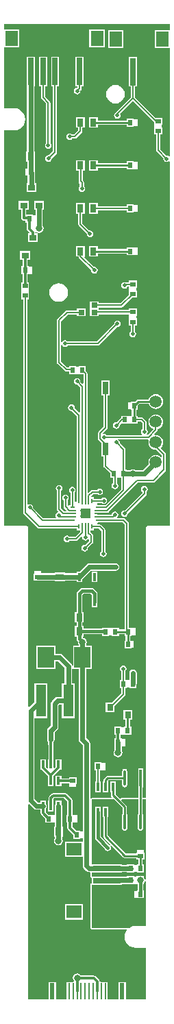
<source format=gtl>
%FSLAX25Y25*%
%MOIN*%
G70*
G01*
G75*
G04 Layer_Physical_Order=1*
G04 Layer_Color=255*
%ADD10C,0.05906*%
%ADD11R,0.02362X0.02756*%
%ADD12R,0.02756X0.02362*%
%ADD13R,0.03150X0.03937*%
%ADD14R,0.03937X0.03150*%
%ADD15R,0.02559X0.02165*%
%ADD16R,0.02165X0.02559*%
%ADD17R,0.03543X0.03150*%
%ADD18R,0.03543X0.03150*%
%ADD19R,0.01575X0.03937*%
%ADD20O,0.01181X0.07874*%
%ADD21R,0.01181X0.07874*%
%ADD22R,0.02362X0.07874*%
%ADD23R,0.01063X0.07874*%
%ADD24R,0.05118X0.05118*%
%ADD25R,0.00787X0.02362*%
%ADD26R,0.00787X0.03150*%
%ADD27R,0.02362X0.00787*%
%ADD28R,0.03150X0.00787*%
%ADD29R,0.05118X0.15748*%
%ADD30R,0.03150X0.03543*%
%ADD31R,0.03150X0.03543*%
%ADD32R,0.06299X0.07480*%
%ADD33R,0.02756X0.13386*%
%ADD34R,0.02756X0.06102*%
%ADD35R,0.07874X0.10000*%
%ADD36R,0.07480X0.06299*%
%ADD37R,0.13386X0.02756*%
%ADD38R,0.03150X0.02559*%
%ADD39C,0.01575*%
%ADD40C,0.01000*%
%ADD41C,0.02362*%
%ADD42C,0.00787*%
%ADD43C,0.01181*%
%ADD44C,0.01969*%
%ADD45C,0.03150*%
G36*
X69863Y-416834D02*
X69365Y-416883D01*
X69292Y-416515D01*
X69024Y-416114D01*
Y-415391D01*
X68204D01*
X68097Y-415320D01*
X67252Y-415152D01*
X66407Y-415320D01*
X66301Y-415391D01*
X65481D01*
Y-415610D01*
X64299D01*
Y-415391D01*
X60756D01*
Y-415554D01*
X58219D01*
Y-415488D01*
X43857D01*
X43857Y-415488D01*
Y-415488D01*
X43652Y-415488D01*
X43504Y-415340D01*
Y-413520D01*
X43652D01*
Y-413520D01*
X58219D01*
Y-413358D01*
X60816D01*
Y-413539D01*
X64359D01*
Y-413320D01*
X65540D01*
Y-413539D01*
X69084D01*
Y-409601D01*
X68424D01*
Y-407084D01*
X69160D01*
Y-403737D01*
X68940D01*
Y-402542D01*
X65640D01*
Y-403737D01*
X65420D01*
Y-404298D01*
X60271D01*
X51472Y-395499D01*
Y-386701D01*
X51738D01*
Y-381583D01*
X48982D01*
Y-386701D01*
X49248D01*
Y-395960D01*
X49248Y-395960D01*
X49333Y-396386D01*
X49574Y-396746D01*
X52684Y-399857D01*
X52367Y-400243D01*
X52367D01*
X51992Y-399993D01*
X51854Y-399965D01*
X48025Y-396136D01*
Y-384142D01*
X47998Y-384007D01*
Y-381583D01*
X45242D01*
Y-384007D01*
X45215Y-384142D01*
Y-396718D01*
X45322Y-397256D01*
X45626Y-397712D01*
X49867Y-401952D01*
X49894Y-402091D01*
X50243Y-402612D01*
X50763Y-402960D01*
X51378Y-403082D01*
X51992Y-402960D01*
X52513Y-402612D01*
X52861Y-402091D01*
X52984Y-401476D01*
X52861Y-400862D01*
X52611Y-400487D01*
X52997Y-400170D01*
X59024Y-406196D01*
X59024Y-406196D01*
X59240Y-406341D01*
X59385Y-406438D01*
X59810Y-406522D01*
X65420D01*
Y-407084D01*
X66200D01*
Y-409601D01*
X65540D01*
Y-409820D01*
X64359D01*
Y-409601D01*
X60816D01*
Y-409745D01*
X58219D01*
Y-409583D01*
X43652D01*
D01*
X43652D01*
X43504Y-409435D01*
Y-377953D01*
X54480D01*
X58551Y-382023D01*
Y-385022D01*
X58550Y-385022D01*
X58459Y-385483D01*
Y-392176D01*
X58550Y-392637D01*
X58811Y-393028D01*
X59202Y-393289D01*
X59663Y-393380D01*
X60124Y-393289D01*
X60514Y-393028D01*
X60775Y-392637D01*
X60867Y-392176D01*
Y-385483D01*
X60775Y-385022D01*
X60775Y-385022D01*
Y-381563D01*
X60775Y-381563D01*
X60690Y-381137D01*
X60449Y-380777D01*
X58087Y-378415D01*
X58279Y-377953D01*
X66228D01*
Y-385022D01*
X66227Y-385022D01*
X66136Y-385483D01*
Y-392176D01*
X66227Y-392637D01*
X66488Y-393028D01*
X66879Y-393289D01*
X67340Y-393380D01*
X67801Y-393289D01*
X68191Y-393028D01*
X68453Y-392637D01*
X68544Y-392176D01*
Y-385483D01*
X68453Y-385022D01*
X68452Y-385022D01*
Y-377953D01*
X69863D01*
Y-416834D01*
D02*
G37*
G36*
X71426Y-203230D02*
X71358Y-203394D01*
X71236Y-204319D01*
X71358Y-205244D01*
X71715Y-206106D01*
X72283Y-206846D01*
X73023Y-207414D01*
X73885Y-207771D01*
X74810Y-207893D01*
X75072Y-207858D01*
X77744Y-210530D01*
Y-211271D01*
X77295Y-211492D01*
X76597Y-210957D01*
X75735Y-210599D01*
X74810Y-210478D01*
X73885Y-210599D01*
X73023Y-210957D01*
X72283Y-211525D01*
X71715Y-212265D01*
X71358Y-213127D01*
X71236Y-214052D01*
X71355Y-214952D01*
X68454Y-217853D01*
X64855D01*
X64506Y-217620D01*
X63661Y-217452D01*
X62817Y-217620D01*
X62467Y-217853D01*
X60794D01*
Y-217711D01*
X60026D01*
Y-207762D01*
X59949Y-207378D01*
X59732Y-207053D01*
X57165Y-204486D01*
X57196Y-204331D01*
X57074Y-203716D01*
X56726Y-203195D01*
X56205Y-202847D01*
X56205Y-202847D01*
X56205D01*
Y-202847D01*
X56208Y-202815D01*
X71148D01*
X71426Y-203230D01*
D02*
G37*
G36*
X81674Y-3789D02*
X74327D01*
Y-12451D01*
X81674D01*
Y-64995D01*
X81214Y-65302D01*
X80693Y-64954D01*
X80079Y-64831D01*
X79923Y-64862D01*
X76903Y-61843D01*
Y-54714D01*
X77868D01*
Y-51170D01*
X77650D01*
Y-49989D01*
X77868D01*
Y-46446D01*
X74735D01*
X64740Y-36450D01*
Y-31381D01*
X65705D01*
Y-16815D01*
X61768D01*
Y-31381D01*
X62733D01*
Y-36450D01*
X55353Y-43830D01*
X55203Y-44054D01*
X54928Y-44239D01*
X54580Y-44760D01*
X54457Y-45374D01*
X54580Y-45989D01*
X54928Y-46509D01*
X55449Y-46858D01*
X56063Y-46980D01*
X56677Y-46858D01*
X57198Y-46509D01*
X57546Y-45989D01*
X57669Y-45374D01*
X57546Y-44760D01*
X57433Y-44589D01*
X63736Y-38285D01*
X73931Y-48481D01*
Y-49989D01*
X74150D01*
Y-51170D01*
X73931D01*
Y-54714D01*
X74897D01*
Y-62258D01*
X74897Y-62258D01*
X74897D01*
X74973Y-62642D01*
X75190Y-62968D01*
X78504Y-66281D01*
X78473Y-66437D01*
X78595Y-67052D01*
X78943Y-67572D01*
X79464Y-67920D01*
X80079Y-68043D01*
X80693Y-67920D01*
X81214Y-67572D01*
X81674Y-67879D01*
Y-245060D01*
X70866D01*
X70482Y-245136D01*
X70157Y-245354D01*
X69939Y-245679D01*
X69863Y-246063D01*
Y-377313D01*
X68452D01*
Y-372098D01*
X68521D01*
Y-363042D01*
X66159D01*
Y-372098D01*
X66228D01*
Y-377313D01*
X58279D01*
X58161Y-377362D01*
X58034D01*
X57944Y-377452D01*
X57827Y-377501D01*
X57807Y-377547D01*
X57317Y-377644D01*
X55212Y-375540D01*
Y-374497D01*
X55478D01*
Y-369379D01*
X52722D01*
Y-374497D01*
X52988D01*
Y-376000D01*
X52988Y-376000D01*
X53073Y-376426D01*
X53314Y-376786D01*
X53379Y-376852D01*
X53188Y-377313D01*
X43504D01*
X43235Y-377425D01*
X42819Y-377147D01*
Y-350776D01*
X42681Y-350085D01*
X42290Y-349499D01*
X40846Y-348056D01*
Y-314551D01*
X43568D01*
Y-303369D01*
X40846D01*
Y-302673D01*
X41095Y-302302D01*
X41263Y-301457D01*
X41095Y-300612D01*
X40616Y-299896D01*
X39900Y-299417D01*
X39055Y-299249D01*
D01*
Y-299183D01*
X39409Y-298829D01*
X39772D01*
Y-297638D01*
X48586D01*
Y-298429D01*
X52129D01*
Y-298210D01*
X53311D01*
Y-298429D01*
X56854D01*
Y-297580D01*
X59496D01*
Y-298429D01*
X60148D01*
Y-300810D01*
X59587D01*
Y-304550D01*
X62933D01*
Y-304330D01*
X64128D01*
Y-301030D01*
X62933D01*
Y-300810D01*
X62372D01*
Y-298429D01*
X63039D01*
Y-298210D01*
X64830D01*
Y-294710D01*
X63039D01*
Y-294492D01*
X61788D01*
Y-243855D01*
X61712Y-243471D01*
X61494Y-243146D01*
X59841Y-241493D01*
X59516Y-241276D01*
X59132Y-241199D01*
X56362D01*
X56057Y-240742D01*
X56405Y-240221D01*
X56527Y-239606D01*
X56405Y-238992D01*
X56057Y-238471D01*
X55536Y-238123D01*
X54921Y-238001D01*
X54307Y-238123D01*
X53786Y-238471D01*
X53438Y-238992D01*
X53316Y-239606D01*
X53301Y-239624D01*
X46400D01*
Y-238482D01*
X51144D01*
X51528Y-238405D01*
X51853Y-238188D01*
X66124Y-223917D01*
X73543D01*
X73927Y-223840D01*
X74253Y-223623D01*
X79457Y-218419D01*
X79674Y-218094D01*
X79751Y-217710D01*
Y-210115D01*
X79687Y-209794D01*
X79674Y-209731D01*
X79457Y-209405D01*
X77310Y-207258D01*
X77337Y-206846D01*
X77905Y-206106D01*
X78262Y-205244D01*
X78384Y-204319D01*
X78262Y-203394D01*
X77905Y-202532D01*
X77337Y-201792D01*
X76597Y-201224D01*
X75735Y-200867D01*
X74810Y-200745D01*
X74264Y-200817D01*
X74043Y-200369D01*
X75520Y-198892D01*
X75737Y-198566D01*
X75814Y-198182D01*
X75814Y-198182D01*
X75814Y-198182D01*
Y-198182D01*
Y-197760D01*
X76597Y-197435D01*
X77337Y-196867D01*
X77905Y-196127D01*
X78262Y-195265D01*
X78384Y-194340D01*
X78262Y-193415D01*
X77905Y-192553D01*
X77337Y-191813D01*
X76597Y-191245D01*
X75735Y-190888D01*
X74810Y-190766D01*
X73885Y-190888D01*
X73023Y-191245D01*
X72283Y-191813D01*
X71715Y-192553D01*
X71358Y-193415D01*
X71236Y-194340D01*
X71358Y-195265D01*
X71715Y-196127D01*
X72283Y-196867D01*
X73023Y-197435D01*
X73396Y-197589D01*
X73493Y-198080D01*
X70907Y-200666D01*
X70422Y-200544D01*
X70357Y-200329D01*
X70387Y-200309D01*
X70735Y-199788D01*
X70858Y-199173D01*
X70735Y-198559D01*
X70387Y-198038D01*
X70256Y-197950D01*
Y-194528D01*
X70179Y-194143D01*
X69962Y-193818D01*
X68714Y-192571D01*
X68389Y-192353D01*
X68005Y-192277D01*
X66091D01*
Y-191411D01*
X65332D01*
Y-188450D01*
X65894D01*
Y-186479D01*
X66741Y-185632D01*
X71435D01*
X71715Y-186307D01*
X72283Y-187047D01*
X73023Y-187615D01*
X73885Y-187972D01*
X74810Y-188094D01*
X75735Y-187972D01*
X76597Y-187615D01*
X77337Y-187047D01*
X77905Y-186307D01*
X78262Y-185445D01*
X78384Y-184520D01*
X78262Y-183595D01*
X77905Y-182733D01*
X77337Y-181993D01*
X76597Y-181425D01*
X75735Y-181068D01*
X74810Y-180946D01*
X73885Y-181068D01*
X73023Y-181425D01*
X72283Y-181993D01*
X71715Y-182733D01*
X71435Y-183408D01*
X66280D01*
X66280Y-183408D01*
X65855Y-183493D01*
X65494Y-183734D01*
X64518Y-184710D01*
X62547D01*
Y-184930D01*
X61352D01*
Y-188230D01*
X62547D01*
Y-188450D01*
X63108D01*
Y-191411D01*
X62548D01*
Y-191630D01*
X61367D01*
Y-191411D01*
X57824D01*
Y-192576D01*
X57682Y-192670D01*
X55746Y-194606D01*
X55590Y-194576D01*
X54976Y-194698D01*
X54455Y-195046D01*
X54107Y-195567D01*
X53985Y-196181D01*
X54107Y-196796D01*
X54455Y-197317D01*
X54976Y-197664D01*
X55590Y-197787D01*
X56205Y-197664D01*
X56726Y-197317D01*
X57074Y-196796D01*
X57196Y-196181D01*
X57165Y-196026D01*
X57842Y-195349D01*
X61367D01*
Y-195130D01*
X62548D01*
Y-195349D01*
X66091D01*
Y-194284D01*
X67589D01*
X68248Y-194943D01*
Y-197950D01*
X68117Y-198038D01*
X67769Y-198559D01*
X67646Y-199173D01*
X67769Y-199788D01*
X68117Y-200309D01*
X68147Y-200329D01*
X68002Y-200807D01*
X50869D01*
X50781Y-200676D01*
X50260Y-200328D01*
X49646Y-200205D01*
X49352Y-200264D01*
X49116Y-199823D01*
X51103Y-197836D01*
X51321Y-197510D01*
X51397Y-197126D01*
X51397Y-197126D01*
X51397Y-197126D01*
Y-197126D01*
Y-181595D01*
X52362D01*
Y-174311D01*
X48425D01*
Y-181595D01*
X49390D01*
Y-196710D01*
X46968Y-199133D01*
X46750Y-199459D01*
X46674Y-199843D01*
Y-202626D01*
X46750Y-203010D01*
X46968Y-203336D01*
X48425Y-204794D01*
Y-211319D01*
X49390D01*
Y-215776D01*
X49390Y-215776D01*
X49390D01*
X49467Y-216160D01*
X49684Y-216486D01*
X52526Y-219328D01*
Y-221649D01*
X53918D01*
Y-224249D01*
X53786Y-224337D01*
X53438Y-224858D01*
X53316Y-225472D01*
X53438Y-226087D01*
X53786Y-226608D01*
X54307Y-226956D01*
X54921Y-227078D01*
X55536Y-226956D01*
X56057Y-226608D01*
X56405Y-226087D01*
X56527Y-225472D01*
X56405Y-224858D01*
X56057Y-224337D01*
X55925Y-224249D01*
Y-221649D01*
X56069D01*
Y-221430D01*
X57250D01*
Y-221649D01*
X58019D01*
Y-227216D01*
X50334Y-234900D01*
X46794D01*
X46786Y-234901D01*
X46400Y-234584D01*
Y-233757D01*
X48263D01*
X48351Y-233889D01*
X48872Y-234237D01*
X49486Y-234360D01*
X50101Y-234237D01*
X50621Y-233889D01*
X50970Y-233368D01*
X51092Y-232754D01*
X50970Y-232139D01*
X50621Y-231618D01*
X50101Y-231270D01*
X49486Y-231148D01*
X48872Y-231270D01*
X48351Y-231618D01*
X48263Y-231750D01*
X44628D01*
Y-230982D01*
X43413D01*
X43222Y-230520D01*
X44274Y-229468D01*
X46296D01*
X46384Y-229600D01*
X46905Y-229948D01*
X47520Y-230070D01*
X48134Y-229948D01*
X48655Y-229600D01*
X49003Y-229079D01*
X49125Y-228465D01*
X49003Y-227850D01*
X48655Y-227329D01*
X48134Y-226981D01*
X47520Y-226859D01*
X46905Y-226981D01*
X46384Y-227329D01*
X46296Y-227461D01*
X43858D01*
X43474Y-227537D01*
X43149Y-227755D01*
X41960Y-228944D01*
X41498Y-228752D01*
Y-170852D01*
X41422Y-170468D01*
X41204Y-170143D01*
X40754Y-169692D01*
Y-167371D01*
X37211D01*
Y-167590D01*
X36029D01*
Y-167371D01*
X32486D01*
Y-167997D01*
X31616D01*
X28703Y-165084D01*
Y-157158D01*
X29182Y-157012D01*
X29465Y-157435D01*
X29985Y-157783D01*
X30600Y-157906D01*
X31214Y-157783D01*
X31735Y-157435D01*
X31824Y-157304D01*
X46500D01*
X46884Y-157227D01*
X47210Y-157010D01*
X55945Y-148275D01*
X56100Y-148306D01*
X56714Y-148183D01*
X57235Y-147835D01*
X57583Y-147315D01*
X57706Y-146700D01*
X57583Y-146086D01*
X57235Y-145565D01*
X56714Y-145217D01*
X56100Y-145094D01*
X55485Y-145217D01*
X54965Y-145565D01*
X54617Y-146086D01*
X54494Y-146700D01*
X54525Y-146855D01*
X46084Y-155297D01*
X31824D01*
X31735Y-155165D01*
X31214Y-154817D01*
X30600Y-154694D01*
X29985Y-154817D01*
X29465Y-155165D01*
X29182Y-155588D01*
X28703Y-155443D01*
Y-145416D01*
X32036Y-142084D01*
X36395D01*
Y-142950D01*
X40725D01*
Y-139210D01*
X36395D01*
Y-140076D01*
X31620D01*
X31236Y-140153D01*
X30910Y-140370D01*
X26990Y-144290D01*
X26773Y-144616D01*
X26697Y-145000D01*
X26697Y-145000D01*
X26697D01*
X26697Y-145000D01*
X26697D01*
Y-165500D01*
X26697Y-165500D01*
X26697D01*
X26773Y-165884D01*
X26990Y-166210D01*
X30490Y-169710D01*
X30490D01*
X30490Y-169710D01*
X30490Y-169710D01*
Y-169710D01*
X30816Y-169927D01*
X31200Y-170003D01*
X32486D01*
Y-171309D01*
X36029D01*
Y-171090D01*
X37211D01*
Y-171309D01*
X39491D01*
Y-175607D01*
X39029Y-175799D01*
X38071Y-174841D01*
X38102Y-174685D01*
X37980Y-174071D01*
X37631Y-173550D01*
X37110Y-173202D01*
X36496Y-173079D01*
X35882Y-173202D01*
X35361Y-173550D01*
X35013Y-174071D01*
X34890Y-174685D01*
X35013Y-175300D01*
X35361Y-175820D01*
X35882Y-176169D01*
X36496Y-176291D01*
X36652Y-176260D01*
X37916Y-177524D01*
Y-189623D01*
X37454Y-189814D01*
X35315Y-187675D01*
X35346Y-187520D01*
X35224Y-186905D01*
X34876Y-186384D01*
X34355Y-186036D01*
X33740Y-185914D01*
X33126Y-186036D01*
X32605Y-186384D01*
X32257Y-186905D01*
X32135Y-187520D01*
X32257Y-188134D01*
X32605Y-188655D01*
X33126Y-189003D01*
X33740Y-189125D01*
X33896Y-189094D01*
X36341Y-191540D01*
Y-232754D01*
X36343Y-232761D01*
X36026Y-233148D01*
X35199D01*
Y-228765D01*
X35331Y-228677D01*
X35679Y-228156D01*
X35801Y-227542D01*
X35679Y-226927D01*
X35331Y-226406D01*
X34810Y-226058D01*
X34195Y-225936D01*
X33581Y-226058D01*
X33060Y-226406D01*
X32712Y-226927D01*
X32590Y-227542D01*
X32712Y-228156D01*
X33060Y-228677D01*
X33192Y-228765D01*
Y-234919D01*
X32424D01*
Y-235154D01*
X32246Y-235228D01*
X31830Y-234950D01*
Y-232601D01*
X31962Y-232513D01*
X32310Y-231992D01*
X32432Y-231378D01*
X32310Y-230764D01*
X31962Y-230243D01*
X31441Y-229894D01*
X30827Y-229772D01*
X30212Y-229894D01*
X29691Y-230243D01*
X29343Y-230764D01*
X29221Y-231378D01*
X29343Y-231992D01*
X29691Y-232513D01*
X29823Y-232601D01*
Y-235630D01*
X29823Y-235630D01*
X29823D01*
X29900Y-236014D01*
X30117Y-236339D01*
X31365Y-237588D01*
X31174Y-238050D01*
X30217D01*
X28720Y-236553D01*
Y-227916D01*
X28852Y-227828D01*
X29200Y-227307D01*
X29322Y-226693D01*
X29200Y-226079D01*
X28852Y-225557D01*
X28331Y-225209D01*
X27716Y-225087D01*
X27102Y-225209D01*
X26581Y-225557D01*
X26233Y-226079D01*
X26111Y-226693D01*
X26233Y-227307D01*
X26581Y-227828D01*
X26713Y-227916D01*
Y-236968D01*
X26713Y-236968D01*
X26713D01*
X26789Y-237353D01*
X27007Y-237678D01*
X27282Y-237953D01*
X27136Y-238431D01*
X26905Y-238477D01*
X26384Y-238825D01*
X26036Y-239346D01*
X25914Y-239961D01*
X26036Y-240575D01*
X26159Y-240758D01*
X25923Y-241199D01*
X20099D01*
X15079Y-236179D01*
X15110Y-236024D01*
X14988Y-235409D01*
X14639Y-234888D01*
X14119Y-234540D01*
X13504Y-234418D01*
X12890Y-234540D01*
X12615Y-234724D01*
X12173Y-234489D01*
Y-134754D01*
X13138D01*
Y-131210D01*
X12920D01*
Y-130029D01*
X13138D01*
Y-126486D01*
X12374D01*
Y-122641D01*
X12942D01*
Y-122422D01*
X14732D01*
Y-118922D01*
X12942D01*
Y-118703D01*
X12374D01*
Y-115699D01*
X13532D01*
Y-111368D01*
X8808D01*
Y-115699D01*
X9966D01*
Y-118703D01*
X9398D01*
Y-122641D01*
X9966D01*
Y-126486D01*
X9201D01*
Y-130029D01*
X9420D01*
Y-131210D01*
X9201D01*
Y-134754D01*
X10166D01*
Y-238454D01*
X10166Y-238454D01*
X10166D01*
X10243Y-238838D01*
X10460Y-239163D01*
X17359Y-246062D01*
X17577Y-246207D01*
X17685Y-246279D01*
X18069Y-246356D01*
X36361D01*
Y-247124D01*
X37916D01*
Y-247909D01*
X35529Y-250296D01*
X32798D01*
X32710Y-250164D01*
X32189Y-249816D01*
X31575Y-249694D01*
X30960Y-249816D01*
X30439Y-250164D01*
X30091Y-250685D01*
X29969Y-251299D01*
X30091Y-251914D01*
X30439Y-252435D01*
X30960Y-252783D01*
X31575Y-252905D01*
X32189Y-252783D01*
X32710Y-252435D01*
X32798Y-252303D01*
X35945D01*
X36329Y-252226D01*
X36654Y-252009D01*
X38468Y-250195D01*
X38909Y-250431D01*
X38889Y-250534D01*
X39011Y-251148D01*
X39359Y-251669D01*
X39880Y-252017D01*
X40494Y-252139D01*
X41109Y-252017D01*
X41630Y-251669D01*
X41746Y-251495D01*
X42225Y-251640D01*
Y-252380D01*
X40313Y-254291D01*
X40157Y-254260D01*
X39543Y-254383D01*
X39022Y-254731D01*
X38674Y-255252D01*
X38552Y-255866D01*
X38674Y-256481D01*
X39022Y-257001D01*
X39543Y-257350D01*
X40157Y-257472D01*
X40772Y-257350D01*
X41293Y-257001D01*
X41641Y-256481D01*
X41763Y-255866D01*
X41732Y-255711D01*
X43938Y-253505D01*
X44155Y-253179D01*
X44232Y-252795D01*
Y-249685D01*
X44168Y-249365D01*
X44155Y-249301D01*
X43938Y-248975D01*
X43073Y-248110D01*
Y-247124D01*
X44628D01*
Y-246356D01*
X47141D01*
X48209Y-247424D01*
Y-257320D01*
X48077Y-257408D01*
X47729Y-257929D01*
X47607Y-258543D01*
X47729Y-259158D01*
X48077Y-259679D01*
X48598Y-260027D01*
X49213Y-260149D01*
X49827Y-260027D01*
X50348Y-259679D01*
X50696Y-259158D01*
X50818Y-258543D01*
X50696Y-257929D01*
X50348Y-257408D01*
X50216Y-257320D01*
Y-247008D01*
X50140Y-246624D01*
X49922Y-246298D01*
X48267Y-244643D01*
X47941Y-244425D01*
X47557Y-244349D01*
X46400D01*
Y-243522D01*
X46786Y-243205D01*
X46794Y-243206D01*
X58716D01*
X59781Y-244271D01*
Y-294492D01*
X59496D01*
Y-295356D01*
X56854D01*
Y-294492D01*
X53311D01*
Y-294710D01*
X52129D01*
Y-294492D01*
X48586D01*
Y-294828D01*
X39772D01*
Y-293711D01*
X38975D01*
Y-292049D01*
X39732D01*
Y-286931D01*
X38975D01*
Y-282032D01*
Y-278563D01*
X39598Y-277940D01*
X42961D01*
X43645Y-278624D01*
Y-282032D01*
X43672Y-282168D01*
Y-284591D01*
X46428D01*
Y-282168D01*
X46455Y-282032D01*
Y-278042D01*
X46348Y-277505D01*
X46044Y-277049D01*
X44537Y-275542D01*
X44081Y-275237D01*
X43543Y-275131D01*
X39016D01*
X38478Y-275237D01*
X38022Y-275542D01*
X36576Y-276988D01*
X36272Y-277444D01*
X36165Y-277981D01*
Y-282032D01*
Y-286931D01*
X35401D01*
Y-292049D01*
X36165D01*
Y-293711D01*
X35441D01*
Y-298829D01*
X36202D01*
Y-300038D01*
X36202Y-300038D01*
X36202D01*
X36309Y-300576D01*
X36613Y-301032D01*
X36879Y-301298D01*
X36847Y-301457D01*
X37015Y-302302D01*
X37234Y-302628D01*
Y-303369D01*
X34512D01*
Y-312801D01*
X34015Y-312850D01*
X33923Y-312390D01*
X33532Y-311804D01*
X29410Y-307683D01*
X28824Y-307291D01*
X28133Y-307154D01*
X25851D01*
Y-303369D01*
X16796D01*
Y-314551D01*
X25851D01*
Y-310766D01*
X27385D01*
X30448Y-313829D01*
Y-321508D01*
X29105D01*
Y-328167D01*
X26996D01*
X26304Y-328304D01*
X25718Y-328696D01*
X24274Y-330140D01*
X23882Y-330726D01*
X23745Y-331417D01*
Y-342063D01*
X22463Y-343345D01*
X22071Y-343931D01*
X21934Y-344622D01*
Y-348858D01*
X22071Y-349550D01*
X22362Y-349985D01*
Y-351417D01*
X22536D01*
Y-358504D01*
X22362D01*
Y-362620D01*
X21900Y-362812D01*
X21378Y-362289D01*
Y-358504D01*
X18622D01*
Y-363622D01*
X19305D01*
X22362Y-366680D01*
Y-371597D01*
X25118D01*
Y-366680D01*
X28176Y-363622D01*
X28858D01*
Y-358504D01*
X26102D01*
Y-362289D01*
X25580Y-362812D01*
X25118Y-362620D01*
Y-358504D01*
X24944D01*
Y-351417D01*
X25118D01*
Y-349985D01*
X25409Y-349550D01*
X25547Y-348858D01*
Y-345371D01*
X26829Y-344089D01*
X27220Y-343503D01*
X27358Y-342811D01*
Y-332166D01*
X27744Y-331779D01*
X29105D01*
Y-338438D01*
X35404D01*
Y-321508D01*
X34061D01*
Y-314551D01*
X34512D01*
Y-314551D01*
X37234D01*
Y-348804D01*
X37234Y-348804D01*
X37234D01*
X37371Y-349495D01*
X37763Y-350081D01*
X39206Y-351524D01*
Y-393451D01*
X38060D01*
Y-393232D01*
X36022D01*
X34172Y-391382D01*
Y-389399D01*
X34740D01*
Y-389181D01*
X36530D01*
Y-385681D01*
X34740D01*
Y-385462D01*
X34172D01*
Y-378496D01*
X34172Y-378496D01*
X34080Y-378035D01*
X33819Y-377644D01*
X33819Y-377644D01*
X31402Y-375227D01*
X31012Y-374966D01*
X30551Y-374874D01*
X30551Y-374874D01*
X24961D01*
X24500Y-374966D01*
X24344Y-375071D01*
X24110Y-375227D01*
X24110Y-375227D01*
X22889Y-376448D01*
X22628Y-376839D01*
X22536Y-377299D01*
X22536Y-377300D01*
Y-378684D01*
X22362D01*
Y-383802D01*
X25118D01*
Y-378684D01*
X24944D01*
Y-377798D01*
X25460Y-377283D01*
X30052D01*
X31764Y-378995D01*
Y-385462D01*
X31196D01*
Y-389399D01*
X31764D01*
Y-391881D01*
X31764Y-391881D01*
X31855Y-392341D01*
X32116Y-392732D01*
X34516Y-395132D01*
Y-397169D01*
X38060D01*
Y-396951D01*
X39206D01*
Y-398520D01*
X30627D01*
Y-406000D01*
X39206D01*
Y-410312D01*
X39206Y-410312D01*
X39206D01*
X39344Y-411004D01*
X39735Y-411590D01*
X40974Y-412829D01*
X41560Y-413220D01*
X42251Y-413358D01*
X42756D01*
X42865Y-413520D01*
Y-415340D01*
Y-415340D01*
Y-415340D01*
X42942Y-415528D01*
X43052Y-415792D01*
X43052Y-415792D01*
X43052Y-415792D01*
X43200Y-415940D01*
X43200Y-415940D01*
X43200Y-415940D01*
X43200Y-415940D01*
X43378Y-416014D01*
X43652Y-416128D01*
X43652D01*
Y-418786D01*
X43652D01*
X43504D01*
X43052Y-418973D01*
X42865Y-419425D01*
Y-440551D01*
X43052Y-441003D01*
X43504Y-441190D01*
X60529D01*
X60750Y-441639D01*
X60318Y-442202D01*
X59782Y-443495D01*
X59600Y-444882D01*
X59782Y-446270D01*
X60318Y-447563D01*
X61170Y-448673D01*
X62280Y-449525D01*
X63573Y-450060D01*
X64961Y-450243D01*
Y-450216D01*
X69863D01*
Y-475375D01*
X60210D01*
Y-466812D01*
X56666D01*
Y-475375D01*
X51410D01*
Y-466812D01*
X48673D01*
X47556Y-466589D01*
X47464Y-466128D01*
X47203Y-465737D01*
X47203Y-465737D01*
X45496Y-464030D01*
X45105Y-463769D01*
X44644Y-463678D01*
X44644Y-463678D01*
X38360D01*
X38122Y-463321D01*
X37406Y-462842D01*
X36561Y-462674D01*
X35716Y-462842D01*
X35000Y-463321D01*
X34521Y-464037D01*
X34353Y-464882D01*
X34521Y-465727D01*
X34952Y-466371D01*
X34716Y-466812D01*
X31450D01*
Y-475375D01*
X26194D01*
Y-466812D01*
X22650D01*
Y-475375D01*
X12815D01*
Y-380462D01*
X13276Y-380270D01*
X15526Y-382520D01*
X16112Y-382912D01*
X16804Y-383049D01*
X18622D01*
Y-383802D01*
X18796D01*
Y-384693D01*
X18796Y-384693D01*
X18887Y-385154D01*
X19149Y-385544D01*
X20956Y-387352D01*
Y-389389D01*
X24500D01*
Y-389171D01*
X25634D01*
Y-391072D01*
X25271D01*
Y-396190D01*
X25634D01*
Y-396892D01*
X25401Y-397242D01*
X25233Y-398087D01*
X25401Y-398931D01*
X25879Y-399648D01*
X26596Y-400126D01*
X27441Y-400294D01*
X28285Y-400126D01*
X29002Y-399648D01*
X29480Y-398931D01*
X29648Y-398087D01*
X29480Y-397242D01*
X29247Y-396892D01*
Y-396190D01*
X29602D01*
Y-391072D01*
X29247D01*
Y-381283D01*
X29109Y-380592D01*
X28858Y-380216D01*
Y-378684D01*
X26102D01*
Y-380097D01*
X25772Y-380592D01*
X25634Y-381283D01*
Y-385671D01*
X24500D01*
Y-385452D01*
X22463D01*
X21204Y-384194D01*
Y-383802D01*
X21378D01*
Y-382370D01*
X21669Y-381934D01*
X21806Y-381243D01*
X21669Y-380552D01*
X21378Y-380116D01*
Y-378684D01*
X18622D01*
Y-379437D01*
X17552D01*
X15783Y-377667D01*
Y-338438D01*
X22018D01*
Y-321508D01*
X15719D01*
Y-330568D01*
X13276Y-333011D01*
X12815Y-332819D01*
Y-246063D01*
X12738Y-245679D01*
X12521Y-245354D01*
X12195Y-245136D01*
X11811Y-245060D01*
X1003D01*
Y-52578D01*
X5906D01*
Y-52605D01*
X7293Y-52422D01*
X8586Y-51887D01*
X9696Y-51035D01*
X10548Y-49924D01*
X11084Y-48632D01*
X11266Y-47244D01*
X11084Y-45857D01*
X10548Y-44564D01*
X9696Y-43453D01*
X8586Y-42601D01*
X7293Y-42066D01*
X5906Y-41883D01*
Y-41910D01*
X1003D01*
Y-12380D01*
X8427D01*
Y-3718D01*
X1003D01*
Y-1003D01*
X81674D01*
Y-3789D01*
D02*
G37*
G36*
X69863Y-417886D02*
Y-439548D01*
X64961D01*
Y-439521D01*
X63573Y-439704D01*
X62280Y-440239D01*
X61874Y-440551D01*
X43504D01*
Y-419425D01*
X43504D01*
X43652D01*
X43857Y-419425D01*
X43857Y-419425D01*
Y-419425D01*
X58219D01*
Y-419166D01*
X60756D01*
Y-419328D01*
X64299D01*
Y-419110D01*
X65481D01*
Y-419328D01*
X65825D01*
Y-422260D01*
X65557D01*
Y-422480D01*
X64362D01*
Y-425780D01*
X65557D01*
Y-426000D01*
X68903D01*
Y-422260D01*
X68635D01*
Y-419328D01*
X69024D01*
Y-418606D01*
X69292Y-418205D01*
X69365Y-417837D01*
X69863Y-417886D01*
D02*
G37*
%LPC*%
G36*
X69252Y-225599D02*
X68638Y-225721D01*
X68117Y-226069D01*
X67769Y-226590D01*
X67646Y-227205D01*
X67769Y-227819D01*
X68117Y-228340D01*
X68248Y-228428D01*
Y-228954D01*
X59762Y-237441D01*
X59606Y-237410D01*
X58992Y-237532D01*
X58471Y-237880D01*
X58123Y-238401D01*
X58001Y-239016D01*
X58123Y-239630D01*
X58471Y-240151D01*
X58992Y-240499D01*
X59606Y-240621D01*
X60221Y-240499D01*
X60742Y-240151D01*
X61090Y-239630D01*
X61212Y-239016D01*
X61181Y-238860D01*
X69962Y-230080D01*
X70179Y-229754D01*
X70256Y-229370D01*
X70256Y-229370D01*
X70256Y-229370D01*
Y-229370D01*
Y-228428D01*
X70387Y-228340D01*
X70735Y-227819D01*
X70858Y-227205D01*
X70735Y-226590D01*
X70387Y-226069D01*
X69866Y-225721D01*
X69252Y-225599D01*
D02*
G37*
G36*
X55197Y-263154D02*
X42437D01*
X41746Y-263292D01*
X41160Y-263683D01*
X37574Y-267269D01*
X36192D01*
Y-268040D01*
X30709D01*
Y-267681D01*
X25591D01*
Y-268034D01*
X18980D01*
Y-266972D01*
X15680D01*
Y-268167D01*
X15460D01*
Y-271514D01*
X16661D01*
X17330Y-271647D01*
X25591D01*
Y-272012D01*
X30709D01*
Y-271653D01*
X36192D01*
Y-272387D01*
X38948D01*
Y-271004D01*
X43185Y-266767D01*
X55197D01*
X55888Y-266630D01*
X56474Y-266238D01*
X56866Y-265652D01*
X57003Y-264961D01*
X56866Y-264269D01*
X56474Y-263683D01*
X55888Y-263292D01*
X55197Y-263154D01*
D02*
G37*
G36*
X40302Y-108872D02*
X35971D01*
Y-113990D01*
X37170D01*
X37210Y-114190D01*
X37427Y-114516D01*
X43386Y-120474D01*
X43355Y-120630D01*
X43477Y-121244D01*
X43825Y-121765D01*
X44346Y-122113D01*
X44961Y-122236D01*
X45575Y-122113D01*
X46096Y-121765D01*
X46444Y-121244D01*
X46566Y-120630D01*
X46444Y-120016D01*
X46096Y-119495D01*
X45575Y-119147D01*
X44961Y-119024D01*
X44805Y-119055D01*
X40137Y-114388D01*
X40302Y-113990D01*
X40302D01*
X40302Y-113990D01*
Y-108872D01*
D02*
G37*
G36*
X65518Y-125716D02*
X61581D01*
Y-126484D01*
X60128D01*
X60036Y-126503D01*
X59595Y-126415D01*
X58981Y-126537D01*
X58460Y-126885D01*
X58112Y-127406D01*
X57990Y-128021D01*
X58112Y-128635D01*
X58460Y-129156D01*
X58981Y-129504D01*
X59595Y-129626D01*
X60210Y-129504D01*
X60731Y-129156D01*
X61079Y-128635D01*
X61084Y-128610D01*
X61581Y-128658D01*
Y-129259D01*
X61800D01*
Y-130441D01*
X61581D01*
Y-132762D01*
X57613Y-136730D01*
X47025D01*
Y-135863D01*
X42694D01*
Y-139604D01*
Y-142950D01*
X47025D01*
Y-142071D01*
X61581D01*
Y-142840D01*
X61800D01*
Y-144021D01*
X61581D01*
Y-147564D01*
X62618D01*
Y-150391D01*
X62487Y-150479D01*
X62139Y-151000D01*
X62016Y-151614D01*
X62139Y-152229D01*
X62487Y-152750D01*
X63008Y-153098D01*
X63622Y-153220D01*
X64236Y-153098D01*
X64757Y-152750D01*
X65105Y-152229D01*
X65228Y-151614D01*
X65105Y-151000D01*
X64757Y-150479D01*
X64626Y-150391D01*
Y-147564D01*
X65518D01*
Y-144021D01*
X65300D01*
Y-142840D01*
X65518D01*
Y-139296D01*
X61581D01*
Y-140064D01*
X47025D01*
Y-139604D01*
Y-138737D01*
X58029D01*
X58413Y-138661D01*
X58738Y-138443D01*
X63198Y-133984D01*
X65518D01*
Y-130441D01*
X65300D01*
Y-129259D01*
X65518D01*
Y-125716D01*
D02*
G37*
G36*
X27559Y-126929D02*
X26377Y-127085D01*
X25276Y-127541D01*
X24330Y-128267D01*
X23604Y-129213D01*
X23148Y-130314D01*
X22992Y-131496D01*
X23148Y-132678D01*
X23604Y-133779D01*
X24330Y-134725D01*
X25276Y-135451D01*
X26377Y-135907D01*
X27559Y-136063D01*
X28741Y-135907D01*
X29842Y-135451D01*
X30788Y-134725D01*
X31514Y-133779D01*
X31970Y-132678D01*
X32126Y-131496D01*
X31970Y-130314D01*
X31514Y-129213D01*
X30788Y-128267D01*
X29842Y-127541D01*
X28741Y-127085D01*
X27559Y-126929D01*
D02*
G37*
G36*
X46428Y-267269D02*
X43672D01*
Y-272387D01*
X46428D01*
Y-267269D01*
D02*
G37*
G36*
X28858Y-366479D02*
X26102D01*
Y-371597D01*
X28858D01*
Y-370243D01*
X32530D01*
Y-370717D01*
X32750D01*
Y-371912D01*
X32800Y-371862D01*
X36050D01*
Y-370717D01*
X36270D01*
Y-367371D01*
X32530D01*
Y-367834D01*
X28858D01*
Y-366479D01*
D02*
G37*
G36*
X48409Y-360032D02*
X44866D01*
Y-363968D01*
X45616D01*
Y-369379D01*
X45242D01*
Y-374497D01*
X47998D01*
Y-369379D01*
X47623D01*
Y-363968D01*
X48409D01*
Y-363750D01*
X50200D01*
Y-360250D01*
X48409D01*
Y-360032D01*
D02*
G37*
G36*
X39288Y-428953D02*
X30627D01*
Y-436433D01*
X39288D01*
Y-428953D01*
D02*
G37*
G36*
X58958Y-312822D02*
X58343Y-312945D01*
X57822Y-313293D01*
X57474Y-313814D01*
X57352Y-314428D01*
X57474Y-315042D01*
X57822Y-315563D01*
X57954Y-315651D01*
Y-319807D01*
X57186D01*
Y-323744D01*
X57954D01*
Y-326352D01*
X53473Y-330834D01*
X50365D01*
Y-335558D01*
X54695D01*
Y-332450D01*
X59667Y-327478D01*
X59885Y-327152D01*
X59898Y-327088D01*
X59961Y-326768D01*
Y-323744D01*
X60729D01*
Y-323526D01*
X61911D01*
Y-323744D01*
X65454D01*
Y-321950D01*
X65489Y-321776D01*
Y-316635D01*
X65351Y-315944D01*
X64960Y-315358D01*
X64373Y-314966D01*
X63682Y-314829D01*
X62991Y-314966D01*
X62405Y-315358D01*
X62013Y-315944D01*
X61876Y-316635D01*
Y-320026D01*
X60729D01*
Y-319807D01*
X59961D01*
Y-315651D01*
X60093Y-315563D01*
X60441Y-315042D01*
X60563Y-314428D01*
X60441Y-313814D01*
X60093Y-313293D01*
X59572Y-312945D01*
X58958Y-312822D01*
D02*
G37*
G36*
X63357Y-334574D02*
X59026D01*
Y-339298D01*
X59990D01*
Y-342697D01*
X59331D01*
Y-342916D01*
X58149D01*
Y-342697D01*
X54606D01*
Y-346634D01*
X55174D01*
Y-348387D01*
X54696D01*
Y-349877D01*
X54611Y-350305D01*
Y-354082D01*
X54378Y-354431D01*
X54210Y-355276D01*
X54378Y-356120D01*
X54856Y-356837D01*
X55572Y-357315D01*
X56417Y-357483D01*
X57262Y-357315D01*
X57978Y-356837D01*
X58457Y-356120D01*
X58625Y-355276D01*
X58457Y-354431D01*
X58224Y-354082D01*
Y-352324D01*
X58239D01*
Y-352106D01*
X60030D01*
Y-348606D01*
X58239D01*
Y-348387D01*
X57582D01*
Y-346634D01*
X58149D01*
Y-346416D01*
X59331D01*
Y-346634D01*
X62874D01*
Y-342697D01*
X62214D01*
Y-339298D01*
X63357D01*
Y-334574D01*
D02*
G37*
G36*
X59663Y-363019D02*
X59202Y-363111D01*
X58811Y-363372D01*
X58550Y-363763D01*
X58459Y-364224D01*
Y-366458D01*
X51330D01*
X51330Y-366458D01*
X50905Y-366543D01*
X50544Y-366784D01*
X49514Y-367814D01*
X49273Y-368175D01*
X49188Y-368600D01*
X49248Y-368902D01*
Y-369379D01*
X48982D01*
Y-374497D01*
X51738D01*
Y-369379D01*
X51738D01*
X51738Y-368735D01*
X51791Y-368682D01*
X58459D01*
Y-370917D01*
X58550Y-371377D01*
X58811Y-371768D01*
X59202Y-372029D01*
X59663Y-372121D01*
X60124Y-372029D01*
X60514Y-371768D01*
X60775Y-371377D01*
X60867Y-370917D01*
Y-364224D01*
X60775Y-363763D01*
X60514Y-363372D01*
X60124Y-363111D01*
X59663Y-363019D01*
D02*
G37*
G36*
X46601Y-46274D02*
X42271D01*
Y-51392D01*
X46601D01*
Y-50002D01*
X60576D01*
Y-50858D01*
X64119D01*
Y-50640D01*
X65910D01*
Y-47140D01*
X64119D01*
Y-46922D01*
X60576D01*
Y-47778D01*
X46601D01*
Y-46274D01*
D02*
G37*
G36*
X40302D02*
X35971D01*
Y-51392D01*
X37133D01*
Y-52589D01*
X35017Y-54705D01*
X34137D01*
X34049Y-54573D01*
X33528Y-54225D01*
X32913Y-54103D01*
X32299Y-54225D01*
X31778Y-54573D01*
X31430Y-55094D01*
X31308Y-55709D01*
X31430Y-56323D01*
X31778Y-56844D01*
X32299Y-57192D01*
X32913Y-57314D01*
X33528Y-57192D01*
X34049Y-56844D01*
X34137Y-56712D01*
X35433D01*
X35817Y-56636D01*
X36143Y-56418D01*
X38846Y-53715D01*
X39064Y-53389D01*
X39140Y-53005D01*
Y-51392D01*
X40302D01*
Y-46274D01*
D02*
G37*
G36*
X21852Y-16744D02*
X17915D01*
Y-31310D01*
X18880D01*
Y-36537D01*
X18880Y-36537D01*
X18880D01*
X18957Y-36921D01*
X19174Y-37247D01*
X21477Y-39549D01*
Y-58776D01*
X21345Y-58865D01*
X20997Y-59386D01*
X20875Y-60000D01*
X20997Y-60615D01*
X21345Y-61135D01*
X21866Y-61483D01*
X22480Y-61606D01*
X23095Y-61483D01*
X23616Y-61135D01*
X23964Y-60615D01*
X24086Y-60000D01*
X23964Y-59386D01*
X23616Y-58865D01*
X23484Y-58776D01*
Y-39134D01*
X23407Y-38750D01*
X23190Y-38424D01*
X20887Y-36122D01*
Y-31310D01*
X21852D01*
Y-16744D01*
D02*
G37*
G36*
X55118Y-30473D02*
X53936Y-30628D01*
X52835Y-31085D01*
X51889Y-31810D01*
X51163Y-32756D01*
X50707Y-33858D01*
X50551Y-35039D01*
X50707Y-36221D01*
X51163Y-37323D01*
X51889Y-38269D01*
X52835Y-38994D01*
X53936Y-39450D01*
X55118Y-39606D01*
X56300Y-39450D01*
X57402Y-38994D01*
X58347Y-38269D01*
X59073Y-37323D01*
X59529Y-36221D01*
X59685Y-35039D01*
X59529Y-33858D01*
X59073Y-32756D01*
X58347Y-31810D01*
X57402Y-31085D01*
X56300Y-30628D01*
X55118Y-30473D01*
D02*
G37*
G36*
X49923Y-3718D02*
X42443D01*
Y-12380D01*
X49923D01*
Y-3718D01*
D02*
G37*
G36*
X59012Y-3789D02*
X51531D01*
Y-12451D01*
X59012D01*
Y-3789D01*
D02*
G37*
G36*
X39569Y-16744D02*
X35632D01*
Y-31310D01*
X36597D01*
Y-31816D01*
X36496Y-31898D01*
X35882Y-32021D01*
X35361Y-32369D01*
X35013Y-32890D01*
X34890Y-33504D01*
X35013Y-34118D01*
X35361Y-34639D01*
X35882Y-34987D01*
X36496Y-35110D01*
X37110Y-34987D01*
X37631Y-34639D01*
X37980Y-34118D01*
X38102Y-33504D01*
X38071Y-33348D01*
X38310Y-33109D01*
X38527Y-32784D01*
X38604Y-32400D01*
Y-31310D01*
X39569D01*
Y-16744D01*
D02*
G37*
G36*
X27758D02*
X23821D01*
Y-31310D01*
X24786D01*
Y-62693D01*
X22754Y-64724D01*
X22598Y-64694D01*
X21984Y-64816D01*
X21463Y-65164D01*
X21115Y-65685D01*
X20993Y-66299D01*
X21115Y-66914D01*
X21463Y-67435D01*
X21984Y-67783D01*
X22598Y-67905D01*
X23213Y-67783D01*
X23734Y-67435D01*
X24082Y-66914D01*
X24204Y-66299D01*
X24173Y-66144D01*
X26499Y-63818D01*
X26716Y-63492D01*
X26793Y-63108D01*
Y-31310D01*
X27758D01*
Y-16744D01*
D02*
G37*
G36*
X20354Y-86966D02*
X15630D01*
Y-91297D01*
X16186D01*
Y-93591D01*
X16181D01*
Y-93810D01*
X14999D01*
Y-93591D01*
X11716D01*
Y-91297D01*
X12874D01*
Y-86966D01*
X8150D01*
Y-91297D01*
X9307D01*
Y-95012D01*
X9307Y-95012D01*
X9399Y-95473D01*
X9660Y-95863D01*
X9949Y-96152D01*
X10339Y-96413D01*
X10800Y-96504D01*
X10800Y-96504D01*
X11456D01*
Y-97528D01*
X12024D01*
Y-100428D01*
X12024Y-100428D01*
X12115Y-100889D01*
X12376Y-101279D01*
X13342Y-102245D01*
X13150Y-102707D01*
X12548D01*
Y-107037D01*
X17272D01*
Y-102707D01*
X16114D01*
Y-102116D01*
X16132Y-102106D01*
X16719Y-101990D01*
X17147Y-102276D01*
X17992Y-102444D01*
X18837Y-102276D01*
X19553Y-101797D01*
X20032Y-101081D01*
X20200Y-100236D01*
X20032Y-99391D01*
X19798Y-99042D01*
Y-91297D01*
X20354D01*
Y-86966D01*
D02*
G37*
G36*
X40302Y-88006D02*
X35971D01*
Y-93124D01*
X37133D01*
Y-98334D01*
X37133Y-98334D01*
X37133D01*
X37210Y-98718D01*
X37427Y-99043D01*
X41221Y-102837D01*
X41190Y-102992D01*
X41312Y-103607D01*
X41660Y-104128D01*
X42181Y-104476D01*
X42795Y-104598D01*
X43410Y-104476D01*
X43931Y-104128D01*
X44279Y-103607D01*
X44401Y-102992D01*
X44279Y-102378D01*
X43931Y-101857D01*
X43410Y-101509D01*
X42795Y-101386D01*
X42640Y-101417D01*
X39140Y-97918D01*
Y-93124D01*
X40302D01*
Y-88006D01*
D02*
G37*
G36*
X46601Y-108872D02*
X42271D01*
Y-113990D01*
X46601D01*
Y-112543D01*
X60576D01*
Y-113400D01*
X64119D01*
Y-113181D01*
X65910D01*
Y-109681D01*
X64119D01*
Y-109463D01*
X60576D01*
Y-110319D01*
X46601D01*
Y-108872D01*
D02*
G37*
G36*
Y-88006D02*
X42271D01*
Y-93124D01*
X46601D01*
Y-91569D01*
X60576D01*
Y-92534D01*
X64119D01*
Y-92315D01*
X65910D01*
Y-88815D01*
X64119D01*
Y-88597D01*
X60576D01*
Y-89562D01*
X46601D01*
Y-88006D01*
D02*
G37*
G36*
Y-67140D02*
X42271D01*
Y-72258D01*
X46601D01*
Y-70811D01*
X60576D01*
Y-71667D01*
X64119D01*
Y-71449D01*
X65910D01*
Y-67949D01*
X64119D01*
Y-67730D01*
X60576D01*
Y-68587D01*
X46601D01*
Y-67140D01*
D02*
G37*
G36*
X40302D02*
X35971D01*
Y-72258D01*
X37185D01*
Y-77362D01*
X37262Y-77746D01*
X37479Y-78072D01*
X37815Y-78408D01*
Y-79761D01*
X37683Y-79849D01*
X37336Y-80370D01*
X37213Y-80984D01*
X37336Y-81599D01*
X37683Y-82120D01*
X38204Y-82468D01*
X38819Y-82590D01*
X39433Y-82468D01*
X39954Y-82120D01*
X40302Y-81599D01*
X40424Y-80984D01*
X40302Y-80370D01*
X39954Y-79849D01*
X39822Y-79761D01*
Y-77992D01*
X39759Y-77672D01*
X39746Y-77608D01*
X39529Y-77283D01*
X39193Y-76947D01*
Y-72258D01*
X40302D01*
Y-67140D01*
D02*
G37*
G36*
X15947Y-16744D02*
X12010D01*
Y-31310D01*
X12140D01*
Y-62751D01*
X11781D01*
Y-67869D01*
X12264D01*
Y-71380D01*
X11202D01*
Y-74680D01*
X12397D01*
Y-74900D01*
X12446D01*
Y-78305D01*
X11890D01*
Y-82635D01*
X16614D01*
Y-78305D01*
X16058D01*
Y-73212D01*
X15921Y-72520D01*
X15877Y-72454D01*
Y-67869D01*
X16112D01*
Y-62751D01*
X15753D01*
Y-31310D01*
X15947D01*
Y-16744D01*
D02*
G37*
%LPD*%
D10*
X74810Y-204319D02*
D03*
Y-184520D02*
D03*
Y-214052D02*
D03*
Y-175140D02*
D03*
Y-194340D02*
D03*
D11*
X64320Y-193380D02*
D03*
X59595D02*
D03*
X61268Y-296460D02*
D03*
X65992D02*
D03*
X50358D02*
D03*
X55082D02*
D03*
X54298Y-219680D02*
D03*
X59022D02*
D03*
X38982Y-169340D02*
D03*
X34258D02*
D03*
X62348Y-48890D02*
D03*
X67072D02*
D03*
X62348Y-69699D02*
D03*
X67072D02*
D03*
X62348Y-90565D02*
D03*
X67072D02*
D03*
X62348Y-111431D02*
D03*
X67072D02*
D03*
X51362Y-362000D02*
D03*
X46638D02*
D03*
X56468Y-350356D02*
D03*
X61192D02*
D03*
X22728Y-387421D02*
D03*
X27452D02*
D03*
X56378Y-344666D02*
D03*
X61102D02*
D03*
X32968Y-387431D02*
D03*
X37692D02*
D03*
X41012Y-395201D02*
D03*
X36288D02*
D03*
X58958Y-321776D02*
D03*
X63682D02*
D03*
X67252Y-417360D02*
D03*
X62528D02*
D03*
X13228Y-95560D02*
D03*
X17952D02*
D03*
X15894Y-120672D02*
D03*
X11170D02*
D03*
X62588Y-411570D02*
D03*
X67312D02*
D03*
D12*
X75900Y-48218D02*
D03*
Y-52942D02*
D03*
X63550Y-145792D02*
D03*
Y-141068D02*
D03*
Y-127488D02*
D03*
Y-132212D02*
D03*
X11170Y-132982D02*
D03*
Y-128258D02*
D03*
D13*
X30874Y-289490D02*
D03*
X37567D02*
D03*
X27437Y-393631D02*
D03*
X20744D02*
D03*
X38137Y-111431D02*
D03*
X44436D02*
D03*
X38137Y-90565D02*
D03*
X44436D02*
D03*
X38137Y-69699D02*
D03*
X44436D02*
D03*
X38137Y-48833D02*
D03*
X44436D02*
D03*
X30913Y-296270D02*
D03*
X37606D02*
D03*
X7254Y-65310D02*
D03*
X13947D02*
D03*
D14*
X28150Y-263154D02*
D03*
Y-269847D02*
D03*
D15*
X34400Y-369044D02*
D03*
Y-372981D02*
D03*
X17330Y-265903D02*
D03*
Y-269840D02*
D03*
X67290Y-401473D02*
D03*
Y-405410D02*
D03*
D16*
X60283Y-186580D02*
D03*
X64220D02*
D03*
X65197Y-302680D02*
D03*
X61260D02*
D03*
X10133Y-73030D02*
D03*
X14070D02*
D03*
X67230Y-424130D02*
D03*
X63293D02*
D03*
D17*
X14252Y-80470D02*
D03*
X10512Y-89131D02*
D03*
X14910Y-104872D02*
D03*
X11170Y-113533D02*
D03*
D18*
X17992Y-89131D02*
D03*
X18650Y-113533D02*
D03*
D19*
X27480Y-348858D02*
D03*
X20000D02*
D03*
X23740D02*
D03*
Y-361063D02*
D03*
X20000D02*
D03*
X27480D02*
D03*
X54100Y-371938D02*
D03*
X46620D02*
D03*
X50360D02*
D03*
Y-384142D02*
D03*
X46620D02*
D03*
X54100D02*
D03*
X20000Y-381243D02*
D03*
X27480D02*
D03*
X23740D02*
D03*
Y-369038D02*
D03*
X27480D02*
D03*
X20000D02*
D03*
X37570Y-269828D02*
D03*
X45050D02*
D03*
X41310Y-282032D02*
D03*
X45050D02*
D03*
X37570D02*
D03*
D20*
X59663Y-388830D02*
D03*
X62222D02*
D03*
X64781D02*
D03*
X67340D02*
D03*
X59663Y-367570D02*
D03*
X62222D02*
D03*
X64781D02*
D03*
D21*
X67340D02*
D03*
D22*
X58438Y-471340D02*
D03*
X24422D02*
D03*
D23*
X52257D02*
D03*
X50288D02*
D03*
X48320D02*
D03*
X46351D02*
D03*
X44383D02*
D03*
X40446D02*
D03*
X38477D02*
D03*
X36509D02*
D03*
X34540D02*
D03*
X32572D02*
D03*
X30603D02*
D03*
X42414D02*
D03*
D24*
X40494Y-239053D02*
D03*
D25*
X43644Y-245352D02*
D03*
X37345D02*
D03*
Y-232754D02*
D03*
X43644D02*
D03*
D26*
X42069Y-244959D02*
D03*
X40494D02*
D03*
X38920D02*
D03*
Y-233148D02*
D03*
X40494D02*
D03*
X42069D02*
D03*
D27*
X34195Y-242203D02*
D03*
Y-235904D02*
D03*
X46794D02*
D03*
Y-242203D02*
D03*
D28*
X34589Y-240628D02*
D03*
Y-239053D02*
D03*
Y-237478D02*
D03*
X46400D02*
D03*
Y-239053D02*
D03*
Y-240628D02*
D03*
D29*
X18869Y-329973D02*
D03*
X32254D02*
D03*
D30*
X52530Y-333196D02*
D03*
X61191Y-336936D02*
D03*
D31*
Y-329455D02*
D03*
D32*
X78067Y-8120D02*
D03*
X55272D02*
D03*
X46183Y-8049D02*
D03*
X4687D02*
D03*
D33*
X69642Y-24098D02*
D03*
X63736D02*
D03*
X13978Y-24027D02*
D03*
X19884D02*
D03*
X25789D02*
D03*
X31695D02*
D03*
X37600D02*
D03*
D34*
X50394Y-177953D02*
D03*
Y-207677D02*
D03*
X32283Y-177953D02*
D03*
Y-207677D02*
D03*
D35*
X39040Y-308960D02*
D03*
X21324D02*
D03*
D36*
X34958Y-432693D02*
D03*
Y-402260D02*
D03*
D37*
X50935Y-411551D02*
D03*
Y-417457D02*
D03*
Y-423362D02*
D03*
D38*
X44859Y-137733D02*
D03*
X38560D02*
D03*
X44859Y-141080D02*
D03*
X38560D02*
D03*
D39*
X46620Y-396718D02*
X51378Y-401476D01*
X67230Y-424130D02*
Y-417382D01*
X46620Y-396718D02*
Y-384142D01*
X37570Y-282032D02*
Y-277981D01*
X39016Y-276535D01*
X43543D01*
X45050Y-278042D01*
Y-282032D02*
Y-278042D01*
X37567Y-289490D02*
X37570Y-289487D01*
X37606Y-300038D02*
Y-296270D01*
X37570Y-296233D02*
Y-282032D01*
Y-296233D02*
X50131D01*
X37606Y-300038D02*
X39040Y-301472D01*
D40*
X67230Y-417382D02*
X67252Y-417360D01*
X67290Y-405410D02*
X67312Y-405433D01*
Y-411570D02*
Y-405433D01*
X51330Y-367570D02*
X59663D01*
X50300Y-368600D02*
X51330Y-367570D01*
X50300Y-368600D02*
X50360Y-368660D01*
Y-371938D02*
Y-368660D01*
X54100Y-376000D02*
X59663Y-381563D01*
Y-388830D02*
Y-381563D01*
X54100Y-376000D02*
Y-371938D01*
X67340Y-388830D02*
Y-367570D01*
X50360Y-395960D02*
Y-384142D01*
X44493Y-48890D02*
X62348D01*
X66280Y-184520D02*
X74810D01*
X64220Y-193280D02*
X64320Y-193380D01*
X64220Y-193280D02*
Y-186580D01*
X66280Y-184520D01*
X61102Y-344666D02*
Y-337025D01*
X61260Y-302680D02*
Y-296468D01*
X55090D02*
X61260D01*
X44436Y-69699D02*
X62348D01*
X44436Y-111431D02*
X62348D01*
X59810Y-405410D02*
X67290D01*
X50360Y-395960D02*
X59810Y-405410D01*
D41*
X50935Y-417457D02*
X51032Y-417360D01*
X62528D01*
X62569Y-411551D02*
X62588Y-411570D01*
X50935Y-411551D02*
X62569D01*
X41012Y-410312D02*
X42251Y-411551D01*
X50935D01*
X69202Y-219659D02*
X74810Y-214052D01*
X63661Y-219659D02*
X69202D01*
X59043D02*
X63661D01*
X56417Y-355276D02*
Y-350305D01*
X17330Y-269840D02*
X28144D01*
X28150Y-269847D01*
X37551D01*
X37570Y-269828D01*
X42437Y-264961D01*
X55197D01*
X16804Y-381243D02*
X20000D01*
X13976Y-378416D02*
X16804Y-381243D01*
X23740Y-348858D02*
Y-344622D01*
X26996Y-329973D02*
X32254D01*
X13976Y-378416D02*
Y-334865D01*
X18869Y-329973D01*
X23740Y-344622D02*
X25551Y-342811D01*
Y-331417D02*
X26996Y-329973D01*
X25551Y-342811D02*
Y-331417D01*
X32254Y-329973D02*
Y-313081D01*
X28133Y-308960D02*
X32254Y-313081D01*
X21324Y-308960D02*
X28133D01*
X63682Y-321776D02*
Y-316635D01*
X27441Y-398087D02*
Y-381283D01*
X39040Y-308960D02*
Y-301472D01*
Y-348804D02*
Y-308960D01*
Y-348804D02*
X41012Y-350776D01*
X17992Y-100236D02*
Y-89131D01*
X14252Y-80470D02*
Y-73212D01*
X14070Y-73030D02*
X14252Y-73212D01*
X14070Y-73030D02*
Y-65434D01*
X13947Y-65310D02*
X14070Y-65434D01*
X13947Y-65310D02*
Y-24059D01*
X13978Y-24027D01*
X41012Y-410312D02*
Y-395201D01*
Y-350776D01*
D42*
X46620Y-362018D02*
X46638Y-362000D01*
X46620Y-371938D02*
Y-362018D01*
X50394Y-197126D02*
Y-177953D01*
X47677Y-199843D02*
X50394Y-197126D01*
X47677Y-202626D02*
Y-199843D01*
Y-202626D02*
X50394Y-205343D01*
Y-207677D02*
Y-205343D01*
X58392Y-193380D02*
X59595D01*
X55590Y-196181D02*
X58392Y-193380D01*
X55590Y-204331D02*
X59022Y-207762D01*
Y-219680D02*
Y-207762D01*
X27520Y-239961D02*
X28187Y-240628D01*
X34589D01*
X49646Y-201811D02*
X71181D01*
X74810Y-198182D01*
Y-194340D01*
X43644Y-245352D02*
X47557D01*
X49213Y-247008D01*
Y-258543D02*
Y-247008D01*
X63736Y-24098D02*
X63768Y-24129D01*
X31575Y-251299D02*
X35945D01*
X38920Y-248324D01*
Y-244959D01*
X40157Y-255866D02*
X43228Y-252795D01*
Y-249685D01*
X42069Y-248526D02*
X43228Y-249685D01*
X42069Y-248526D02*
Y-244959D01*
X25789Y-63108D02*
Y-24027D01*
X22598Y-66299D02*
X25789Y-63108D01*
X19884Y-36537D02*
Y-24027D01*
Y-36537D02*
X22480Y-39134D01*
Y-60000D02*
Y-39134D01*
X33740Y-187520D02*
X37345Y-191124D01*
Y-232754D02*
Y-191124D01*
X37600Y-32400D02*
Y-24027D01*
X36496Y-33504D02*
X37600Y-32400D01*
X36496Y-174685D02*
X38920Y-177109D01*
Y-233148D02*
Y-177109D01*
X40494Y-233148D02*
Y-170852D01*
X38982Y-169340D02*
X40494Y-170852D01*
X38137Y-53005D02*
Y-48833D01*
X35433Y-55709D02*
X38137Y-53005D01*
X32913Y-55709D02*
X35433D01*
X13504Y-236024D02*
X19683Y-242203D01*
X34195D01*
X27716Y-236968D02*
Y-226693D01*
Y-236968D02*
X29801Y-239053D01*
X34589D01*
X38137Y-98334D02*
X42795Y-102992D01*
X74810Y-206178D02*
Y-204319D01*
X78747Y-217710D02*
Y-210115D01*
X73543Y-222913D02*
X78747Y-217710D01*
X74810Y-206178D02*
X78747Y-210115D01*
X34195Y-235904D02*
Y-227542D01*
X30827Y-235630D02*
Y-231378D01*
Y-235630D02*
X32675Y-237478D01*
X34589D01*
X11170Y-238454D02*
X18069Y-245352D01*
X37345D01*
X64220Y-193280D02*
X68005D01*
X69252Y-194528D01*
Y-199173D02*
Y-194528D01*
Y-229370D02*
Y-227205D01*
X59606Y-239016D02*
X69252Y-229370D01*
X40494Y-250534D02*
Y-244959D01*
X54298Y-219680D02*
X54921Y-220304D01*
Y-225472D02*
Y-220304D01*
X50394Y-215776D02*
Y-207677D01*
Y-215776D02*
X54298Y-219680D01*
X60128Y-127488D02*
X63550D01*
X59595Y-128021D02*
X60128Y-127488D01*
X43858Y-228465D02*
X47520D01*
X42069Y-230254D02*
X43858Y-228465D01*
X42069Y-233148D02*
Y-230254D01*
X63550Y-145792D02*
X63622Y-145864D01*
Y-151614D02*
Y-145864D01*
X43644Y-232754D02*
X49486D01*
X65709Y-222913D02*
X73543D01*
X51144Y-237478D02*
X65709Y-222913D01*
X46400Y-237478D02*
X51144D01*
X59022Y-227631D02*
Y-219680D01*
X50750Y-235904D02*
X59022Y-227631D01*
X46794Y-235904D02*
X50750D01*
X59043Y-219659D02*
X59595Y-219107D01*
X59022Y-219680D02*
X59043Y-219659D01*
X53900Y-240628D02*
X54921Y-239606D01*
X46400Y-240628D02*
X53900D01*
X52530Y-333196D02*
X58958Y-326768D01*
Y-321776D01*
X60785Y-295977D02*
X61268Y-296460D01*
X46794Y-242203D02*
X59132D01*
X63550Y-132828D02*
Y-132212D01*
X58958Y-321776D02*
Y-314428D01*
X33918Y-169000D02*
X34258Y-169340D01*
X27700Y-165500D02*
X31200Y-169000D01*
X27700Y-165500D02*
Y-145000D01*
X31620Y-141080D01*
X38560D01*
X31200Y-169000D02*
X33918D01*
X33858Y-168940D02*
X33918Y-169000D01*
X30600Y-156300D02*
X46500D01*
X56100Y-146700D01*
X58029Y-137733D02*
X63550Y-132212D01*
X44859Y-137733D02*
X58029D01*
X44859Y-141080D02*
X44871Y-141068D01*
X63550D01*
X11170Y-238454D02*
Y-132982D01*
X60785Y-295977D02*
Y-243855D01*
X59132Y-242203D02*
X60785Y-243855D01*
X38819Y-80984D02*
Y-77992D01*
X38189Y-77362D02*
X38819Y-77992D01*
X38189Y-77362D02*
Y-69751D01*
X38137Y-69699D02*
X38189Y-69751D01*
X38137Y-113806D02*
X44961Y-120630D01*
X38137Y-113806D02*
Y-111431D01*
Y-98334D02*
Y-90565D01*
X44436D02*
X62348D01*
X63736Y-36866D02*
X75088Y-48218D01*
X63736Y-36866D02*
Y-24098D01*
X56063Y-45374D02*
Y-44539D01*
X63736Y-36866D01*
X75088Y-48218D02*
X75900D01*
Y-62258D02*
X80079Y-66437D01*
X75900Y-62258D02*
Y-52942D01*
D43*
X46351Y-471340D02*
Y-466589D01*
X44644Y-464882D02*
X46351Y-466589D01*
X36509Y-471340D02*
Y-471288D01*
X36561D02*
Y-464882D01*
X44644D01*
X20000Y-384693D02*
X22728Y-387421D01*
X20000Y-384693D02*
Y-381243D01*
X32968Y-391881D02*
X36288Y-395201D01*
X30551Y-376079D02*
X32968Y-378496D01*
Y-391881D02*
Y-378496D01*
X24961Y-376079D02*
X30551D01*
X56378Y-350266D02*
Y-344666D01*
X23740Y-377299D02*
X24961Y-376079D01*
X23740Y-381243D02*
Y-377299D01*
X27480Y-369038D02*
X34394D01*
X23740D02*
Y-366355D01*
X27480Y-362614D02*
Y-361063D01*
X23740Y-366355D02*
X27480Y-362614D01*
X20000D02*
X23740Y-366355D01*
X20000Y-362614D02*
Y-361063D01*
X23740D02*
Y-348858D01*
X11170Y-128258D02*
Y-120672D01*
X11170Y-120672D02*
X11170Y-120672D01*
X11170Y-120672D02*
Y-113533D01*
X14910Y-104872D02*
Y-102110D01*
X13228Y-100428D02*
Y-95560D01*
Y-100428D02*
X14910Y-102110D01*
X10512Y-95012D02*
Y-89131D01*
Y-95012D02*
X10800Y-95300D01*
X12968D01*
X13228Y-95560D01*
D44*
X51378Y-401476D02*
D03*
X23110Y-257638D02*
D03*
X33150Y-247835D02*
D03*
X32953Y-259409D02*
D03*
X36772Y-253465D02*
D03*
X46384Y-250506D02*
D03*
X55590Y-196181D02*
D03*
Y-204331D02*
D03*
X27520Y-239961D02*
D03*
X49646Y-201811D02*
D03*
X56575Y-247362D02*
D03*
X34488Y-221890D02*
D03*
X56063Y-45374D02*
D03*
X30600Y-156300D02*
D03*
X31575Y-251299D02*
D03*
X40157Y-255866D02*
D03*
X22598Y-66299D02*
D03*
X22480Y-60000D02*
D03*
X33740Y-187520D02*
D03*
X36496Y-33504D02*
D03*
Y-174685D02*
D03*
X32913Y-55709D02*
D03*
X13504Y-236024D02*
D03*
X38819Y-80984D02*
D03*
X27716Y-226693D02*
D03*
X42795Y-102992D02*
D03*
X74810Y-214052D02*
D03*
X44961Y-120630D02*
D03*
X34195Y-227542D02*
D03*
X30827Y-231378D02*
D03*
X69252Y-199173D02*
D03*
Y-227205D02*
D03*
X59606Y-239016D02*
D03*
X40494Y-250534D02*
D03*
X49213Y-258543D02*
D03*
X54921Y-225472D02*
D03*
X59595Y-128021D02*
D03*
X47520Y-228465D02*
D03*
X63622Y-151614D02*
D03*
X49486Y-232754D02*
D03*
X59488Y-233740D02*
D03*
X54921Y-239606D02*
D03*
X41693Y-237717D02*
D03*
Y-240394D02*
D03*
X39134Y-237717D02*
D03*
Y-240394D02*
D03*
X30394Y-35512D02*
D03*
X30709Y-163425D02*
D03*
X31811Y-396339D02*
D03*
X15472Y-399701D02*
D03*
X14488Y-385961D02*
D03*
X36535Y-378283D02*
D03*
X51575Y-313228D02*
D03*
X66850Y-461299D02*
D03*
X58701Y-457126D02*
D03*
X66850D02*
D03*
X62638Y-457087D02*
D03*
X67874Y-309842D02*
D03*
X67559Y-328622D02*
D03*
X31850Y-274252D02*
D03*
X25354Y-277441D02*
D03*
X55905Y-258504D02*
D03*
X40905Y-124764D02*
D03*
X75945Y-157874D02*
D03*
X42992Y-214055D02*
D03*
X62520Y-214134D02*
D03*
X74016Y-240709D02*
D03*
X8071Y-161457D02*
D03*
X5800Y-125100D02*
D03*
X54016Y-104646D02*
D03*
X60630Y-81791D02*
D03*
X53189Y-60984D02*
D03*
X46024Y-35984D02*
D03*
X65650Y-59842D02*
D03*
X19700Y-77000D02*
D03*
X3268Y-25197D02*
D03*
X2441Y-15827D02*
D03*
X63661Y-316614D02*
D03*
X58958Y-314428D02*
D03*
X57205Y-172283D02*
D03*
X55197Y-264961D02*
D03*
X33976Y-349843D02*
D03*
X34252Y-343189D02*
D03*
X58701Y-461299D02*
D03*
X62800D02*
D03*
X52700Y-132700D02*
D03*
X56100Y-146700D02*
D03*
X80079Y-66437D02*
D03*
D45*
X67252Y-417360D02*
D03*
X51968Y-433268D02*
D03*
X56100Y-429900D02*
D03*
X48000Y-430100D02*
D03*
X47800Y-404900D02*
D03*
X51300Y-462800D02*
D03*
X15196Y-403559D02*
D03*
X62283Y-356535D02*
D03*
X67165D02*
D03*
X36561Y-464882D02*
D03*
X27441Y-398087D02*
D03*
X56417Y-355276D02*
D03*
X39055Y-301457D02*
D03*
X17992Y-100236D02*
D03*
X63661Y-219659D02*
D03*
X19921Y-375173D02*
D03*
X19999Y-354897D02*
D03*
X27401Y-354819D02*
D03*
X47126Y-333071D02*
D03*
Y-327165D02*
D03*
Y-322126D02*
D03*
X26800Y-462800D02*
D03*
X56700Y-397000D02*
D03*
X63500D02*
D03*
M02*

</source>
